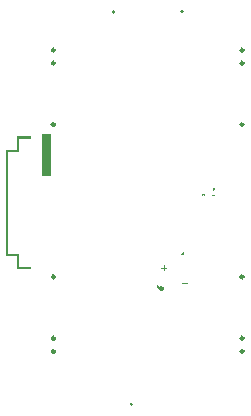
<source format=gbr>
G04*
G04 #@! TF.GenerationSoftware,Altium Limited,Altium Designer,24.1.2 (44)*
G04*
G04 Layer_Color=8388736*
%FSLAX25Y25*%
%MOIN*%
G70*
G04*
G04 #@! TF.SameCoordinates,8AA45DA3-EFE9-42F3-ADE2-6CCF78DF1A05*
G04*
G04*
G04 #@! TF.FilePolarity,Positive*
G04*
G01*
G75*
%ADD12C,0.00591*%
%ADD13C,0.00787*%
%ADD16C,0.01000*%
G36*
X18819Y89063D02*
X15819D01*
Y103063D01*
X18819D01*
Y89063D01*
D02*
G37*
G36*
X73544Y84900D02*
Y84853D01*
Y84806D01*
Y84759D01*
X72883Y84759D01*
Y84711D01*
Y84664D01*
Y84617D01*
X72930D01*
Y84570D01*
X73072D01*
Y84617D01*
X73119D01*
Y84664D01*
Y84711D01*
Y84759D01*
X73214D01*
Y84711D01*
Y84664D01*
X73261D01*
Y84617D01*
X73450D01*
X73450Y84664D01*
Y84711D01*
Y84759D01*
X73544Y84759D01*
Y84711D01*
Y84664D01*
Y84617D01*
Y84570D01*
Y84522D01*
X73497D01*
X73497Y84475D01*
X73450D01*
X73450Y84428D01*
X73261D01*
Y84475D01*
X73214D01*
X73214Y84522D01*
X73166D01*
Y84475D01*
X73119D01*
Y84428D01*
X73072D01*
Y84381D01*
X72930D01*
Y84428D01*
X72836D01*
X72836Y84475D01*
X72836Y84522D01*
X72789D01*
Y84570D01*
Y84617D01*
Y84664D01*
Y84711D01*
Y84759D01*
Y84806D01*
Y84853D01*
Y84900D01*
Y84948D01*
X73544D01*
Y84900D01*
D02*
G37*
G36*
X73119Y84286D02*
Y84239D01*
Y84192D01*
Y84145D01*
Y84097D01*
Y84050D01*
Y84003D01*
X73025Y84003D01*
Y84050D01*
Y84097D01*
Y84145D01*
Y84192D01*
Y84239D01*
Y84286D01*
Y84333D01*
X73119D01*
Y84286D01*
D02*
G37*
G36*
X70190Y82898D02*
X70190Y82851D01*
X70190Y82804D01*
Y82756D01*
Y82709D01*
Y82662D01*
X70190Y82615D01*
X70190Y82567D01*
Y82520D01*
X70143D01*
Y82473D01*
Y82426D01*
X69860D01*
Y82473D01*
X70143D01*
X69812Y82473D01*
Y82520D01*
Y82567D01*
X69765D01*
X69765Y82520D01*
X69718D01*
Y82473D01*
X69671D01*
Y82426D01*
X69576D01*
X69576Y82378D01*
X69482D01*
Y82331D01*
X69434D01*
Y82378D01*
X69434Y82426D01*
X69434Y82473D01*
X69434Y82520D01*
X69482D01*
Y82567D01*
X69576D01*
X69576Y82615D01*
X69860D01*
X69671Y82615D01*
Y82662D01*
X69718D01*
Y82709D01*
X69765D01*
Y82756D01*
X69434D01*
Y82804D01*
X69434Y82851D01*
X69434Y82898D01*
Y82945D01*
X70190D01*
Y82898D01*
D02*
G37*
G36*
X73369Y82745D02*
Y82698D01*
X73416D01*
Y82650D01*
X73463D01*
Y82603D01*
Y82556D01*
X73510D01*
Y82509D01*
Y82461D01*
Y82414D01*
X72754D01*
Y82461D01*
Y82509D01*
Y82556D01*
Y82603D01*
X73321D01*
Y82650D01*
X73274D01*
Y82698D01*
Y82745D01*
Y82792D01*
X73369D01*
Y82745D01*
D02*
G37*
G36*
X69765Y82237D02*
X69765Y82189D01*
Y82142D01*
X69765Y82095D01*
X69765Y82048D01*
Y82000D01*
Y81953D01*
X69671D01*
Y82000D01*
Y82048D01*
Y82095D01*
Y82142D01*
Y82189D01*
Y82237D01*
Y82284D01*
X69765D01*
X69765Y82237D01*
D02*
G37*
G36*
X73085Y82131D02*
Y82083D01*
Y82036D01*
Y81989D01*
X73274D01*
Y81942D01*
Y81894D01*
Y81847D01*
X73085D01*
Y81800D01*
Y81753D01*
Y81705D01*
Y81658D01*
Y81611D01*
X72991D01*
Y81658D01*
Y81705D01*
Y81753D01*
Y81800D01*
Y81847D01*
X72802D01*
Y81894D01*
Y81942D01*
Y81989D01*
X72991D01*
Y82036D01*
Y82083D01*
Y82131D01*
Y82178D01*
X73085D01*
Y82131D01*
D02*
G37*
G36*
X63292Y62692D02*
X62032D01*
X63292Y63952D01*
Y62692D01*
D02*
G37*
G36*
X12205Y101181D02*
X8268D01*
Y97637D01*
Y96850D01*
X4724D01*
Y62992D01*
X8268D01*
Y62204D01*
Y58661D01*
X12205D01*
Y57874D01*
X7480D01*
Y58661D01*
Y62204D01*
X3937D01*
Y62992D01*
Y96850D01*
Y97637D01*
X7480D01*
Y101181D01*
Y102362D01*
X12205D01*
Y101181D01*
D02*
G37*
G36*
X56986Y58406D02*
X57736D01*
Y57906D01*
X56986D01*
Y57156D01*
X56486D01*
Y57906D01*
X55736D01*
Y58406D01*
X56486D01*
Y59155D01*
X56986D01*
Y58406D01*
D02*
G37*
G36*
X64736Y52905D02*
X62736D01*
Y53405D01*
X64736D01*
Y52905D01*
D02*
G37*
G36*
X55432Y51576D02*
X54343Y51572D01*
X54350Y52933D01*
X55432Y51576D01*
D02*
G37*
%LPC*%
G36*
X70096Y82756D02*
X69860D01*
Y82709D01*
X69860Y82662D01*
X69860Y82615D01*
X69907D01*
X69907Y82567D01*
X70048D01*
X70049Y82615D01*
X70096D01*
X70096Y82662D01*
X70096Y82709D01*
Y82756D01*
D02*
G37*
%LPD*%
D12*
X45976Y12843D02*
G03*
X45976Y12843I-295J0D01*
G01*
D13*
X40158Y143701D02*
G03*
X40158Y143701I-394J0D01*
G01*
X62992D02*
G03*
X62992Y143701I-394J0D01*
G01*
D16*
X83114Y126571D02*
G03*
X83114Y126571I-500J0D01*
G01*
Y106098D02*
G03*
X83114Y106098I-500J0D01*
G01*
X20248Y30508D02*
G03*
X20248Y30508I-500J0D01*
G01*
Y106098D02*
G03*
X20248Y106098I-500J0D01*
G01*
Y126571D02*
G03*
X20248Y126571I-500J0D01*
G01*
X83114Y30508D02*
G03*
X83114Y30508I-500J0D01*
G01*
Y130909D02*
G03*
X83114Y130909I-500J0D01*
G01*
X20248Y34846D02*
G03*
X20248Y34846I-500J0D01*
G01*
Y55319D02*
G03*
X20248Y55319I-500J0D01*
G01*
Y130909D02*
G03*
X20248Y130909I-500J0D01*
G01*
X83114Y55319D02*
G03*
X83114Y55319I-500J0D01*
G01*
Y34846D02*
G03*
X83114Y34846I-500J0D01*
G01*
X56236Y51406D02*
G03*
X56236Y51406I-500J0D01*
G01*
M02*

</source>
